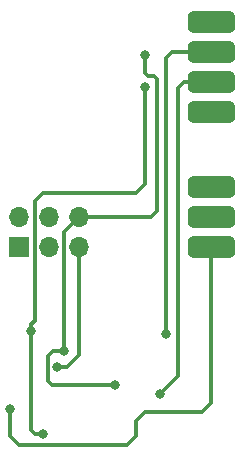
<source format=gbr>
G04 #@! TF.GenerationSoftware,KiCad,Pcbnew,(5.1.0)-1*
G04 #@! TF.CreationDate,2019-05-27T09:53:24+03:00*
G04 #@! TF.ProjectId,USB_RFID,5553425f-5246-4494-942e-6b696361645f,rev?*
G04 #@! TF.SameCoordinates,Original*
G04 #@! TF.FileFunction,Copper,L2,Bot*
G04 #@! TF.FilePolarity,Positive*
%FSLAX46Y46*%
G04 Gerber Fmt 4.6, Leading zero omitted, Abs format (unit mm)*
G04 Created by KiCad (PCBNEW (5.1.0)-1) date 2019-05-27 09:53:24*
%MOMM*%
%LPD*%
G04 APERTURE LIST*
%ADD10C,0.100000*%
%ADD11C,1.800000*%
%ADD12R,1.700000X1.700000*%
%ADD13O,1.700000X1.700000*%
%ADD14C,0.800000*%
%ADD15C,0.350000*%
G04 APERTURE END LIST*
D10*
G36*
X36138108Y-62856167D02*
G01*
X36181791Y-62862647D01*
X36224628Y-62873377D01*
X36266208Y-62888254D01*
X36306129Y-62907135D01*
X36344007Y-62929839D01*
X36379477Y-62956145D01*
X36412198Y-62985802D01*
X36441855Y-63018523D01*
X36468161Y-63053993D01*
X36490865Y-63091871D01*
X36509746Y-63131792D01*
X36524623Y-63173372D01*
X36535353Y-63216209D01*
X36541833Y-63259892D01*
X36544000Y-63304000D01*
X36544000Y-64204000D01*
X36541833Y-64248108D01*
X36535353Y-64291791D01*
X36524623Y-64334628D01*
X36509746Y-64376208D01*
X36490865Y-64416129D01*
X36468161Y-64454007D01*
X36441855Y-64489477D01*
X36412198Y-64522198D01*
X36379477Y-64551855D01*
X36344007Y-64578161D01*
X36306129Y-64600865D01*
X36266208Y-64619746D01*
X36224628Y-64634623D01*
X36181791Y-64645353D01*
X36138108Y-64651833D01*
X36094000Y-64654000D01*
X32994000Y-64654000D01*
X32949892Y-64651833D01*
X32906209Y-64645353D01*
X32863372Y-64634623D01*
X32821792Y-64619746D01*
X32781871Y-64600865D01*
X32743993Y-64578161D01*
X32708523Y-64551855D01*
X32675802Y-64522198D01*
X32646145Y-64489477D01*
X32619839Y-64454007D01*
X32597135Y-64416129D01*
X32578254Y-64376208D01*
X32563377Y-64334628D01*
X32552647Y-64291791D01*
X32546167Y-64248108D01*
X32544000Y-64204000D01*
X32544000Y-63304000D01*
X32546167Y-63259892D01*
X32552647Y-63216209D01*
X32563377Y-63173372D01*
X32578254Y-63131792D01*
X32597135Y-63091871D01*
X32619839Y-63053993D01*
X32646145Y-63018523D01*
X32675802Y-62985802D01*
X32708523Y-62956145D01*
X32743993Y-62929839D01*
X32781871Y-62907135D01*
X32821792Y-62888254D01*
X32863372Y-62873377D01*
X32906209Y-62862647D01*
X32949892Y-62856167D01*
X32994000Y-62854000D01*
X36094000Y-62854000D01*
X36138108Y-62856167D01*
X36138108Y-62856167D01*
G37*
D11*
X34544000Y-63754000D03*
D10*
G36*
X36138108Y-65396167D02*
G01*
X36181791Y-65402647D01*
X36224628Y-65413377D01*
X36266208Y-65428254D01*
X36306129Y-65447135D01*
X36344007Y-65469839D01*
X36379477Y-65496145D01*
X36412198Y-65525802D01*
X36441855Y-65558523D01*
X36468161Y-65593993D01*
X36490865Y-65631871D01*
X36509746Y-65671792D01*
X36524623Y-65713372D01*
X36535353Y-65756209D01*
X36541833Y-65799892D01*
X36544000Y-65844000D01*
X36544000Y-66744000D01*
X36541833Y-66788108D01*
X36535353Y-66831791D01*
X36524623Y-66874628D01*
X36509746Y-66916208D01*
X36490865Y-66956129D01*
X36468161Y-66994007D01*
X36441855Y-67029477D01*
X36412198Y-67062198D01*
X36379477Y-67091855D01*
X36344007Y-67118161D01*
X36306129Y-67140865D01*
X36266208Y-67159746D01*
X36224628Y-67174623D01*
X36181791Y-67185353D01*
X36138108Y-67191833D01*
X36094000Y-67194000D01*
X32994000Y-67194000D01*
X32949892Y-67191833D01*
X32906209Y-67185353D01*
X32863372Y-67174623D01*
X32821792Y-67159746D01*
X32781871Y-67140865D01*
X32743993Y-67118161D01*
X32708523Y-67091855D01*
X32675802Y-67062198D01*
X32646145Y-67029477D01*
X32619839Y-66994007D01*
X32597135Y-66956129D01*
X32578254Y-66916208D01*
X32563377Y-66874628D01*
X32552647Y-66831791D01*
X32546167Y-66788108D01*
X32544000Y-66744000D01*
X32544000Y-65844000D01*
X32546167Y-65799892D01*
X32552647Y-65756209D01*
X32563377Y-65713372D01*
X32578254Y-65671792D01*
X32597135Y-65631871D01*
X32619839Y-65593993D01*
X32646145Y-65558523D01*
X32675802Y-65525802D01*
X32708523Y-65496145D01*
X32743993Y-65469839D01*
X32781871Y-65447135D01*
X32821792Y-65428254D01*
X32863372Y-65413377D01*
X32906209Y-65402647D01*
X32949892Y-65396167D01*
X32994000Y-65394000D01*
X36094000Y-65394000D01*
X36138108Y-65396167D01*
X36138108Y-65396167D01*
G37*
D11*
X34544000Y-66294000D03*
D10*
G36*
X36138108Y-67936167D02*
G01*
X36181791Y-67942647D01*
X36224628Y-67953377D01*
X36266208Y-67968254D01*
X36306129Y-67987135D01*
X36344007Y-68009839D01*
X36379477Y-68036145D01*
X36412198Y-68065802D01*
X36441855Y-68098523D01*
X36468161Y-68133993D01*
X36490865Y-68171871D01*
X36509746Y-68211792D01*
X36524623Y-68253372D01*
X36535353Y-68296209D01*
X36541833Y-68339892D01*
X36544000Y-68384000D01*
X36544000Y-69284000D01*
X36541833Y-69328108D01*
X36535353Y-69371791D01*
X36524623Y-69414628D01*
X36509746Y-69456208D01*
X36490865Y-69496129D01*
X36468161Y-69534007D01*
X36441855Y-69569477D01*
X36412198Y-69602198D01*
X36379477Y-69631855D01*
X36344007Y-69658161D01*
X36306129Y-69680865D01*
X36266208Y-69699746D01*
X36224628Y-69714623D01*
X36181791Y-69725353D01*
X36138108Y-69731833D01*
X36094000Y-69734000D01*
X32994000Y-69734000D01*
X32949892Y-69731833D01*
X32906209Y-69725353D01*
X32863372Y-69714623D01*
X32821792Y-69699746D01*
X32781871Y-69680865D01*
X32743993Y-69658161D01*
X32708523Y-69631855D01*
X32675802Y-69602198D01*
X32646145Y-69569477D01*
X32619839Y-69534007D01*
X32597135Y-69496129D01*
X32578254Y-69456208D01*
X32563377Y-69414628D01*
X32552647Y-69371791D01*
X32546167Y-69328108D01*
X32544000Y-69284000D01*
X32544000Y-68384000D01*
X32546167Y-68339892D01*
X32552647Y-68296209D01*
X32563377Y-68253372D01*
X32578254Y-68211792D01*
X32597135Y-68171871D01*
X32619839Y-68133993D01*
X32646145Y-68098523D01*
X32675802Y-68065802D01*
X32708523Y-68036145D01*
X32743993Y-68009839D01*
X32781871Y-67987135D01*
X32821792Y-67968254D01*
X32863372Y-67953377D01*
X32906209Y-67942647D01*
X32949892Y-67936167D01*
X32994000Y-67934000D01*
X36094000Y-67934000D01*
X36138108Y-67936167D01*
X36138108Y-67936167D01*
G37*
D11*
X34544000Y-68834000D03*
D10*
G36*
X36138108Y-56506167D02*
G01*
X36181791Y-56512647D01*
X36224628Y-56523377D01*
X36266208Y-56538254D01*
X36306129Y-56557135D01*
X36344007Y-56579839D01*
X36379477Y-56606145D01*
X36412198Y-56635802D01*
X36441855Y-56668523D01*
X36468161Y-56703993D01*
X36490865Y-56741871D01*
X36509746Y-56781792D01*
X36524623Y-56823372D01*
X36535353Y-56866209D01*
X36541833Y-56909892D01*
X36544000Y-56954000D01*
X36544000Y-57854000D01*
X36541833Y-57898108D01*
X36535353Y-57941791D01*
X36524623Y-57984628D01*
X36509746Y-58026208D01*
X36490865Y-58066129D01*
X36468161Y-58104007D01*
X36441855Y-58139477D01*
X36412198Y-58172198D01*
X36379477Y-58201855D01*
X36344007Y-58228161D01*
X36306129Y-58250865D01*
X36266208Y-58269746D01*
X36224628Y-58284623D01*
X36181791Y-58295353D01*
X36138108Y-58301833D01*
X36094000Y-58304000D01*
X32994000Y-58304000D01*
X32949892Y-58301833D01*
X32906209Y-58295353D01*
X32863372Y-58284623D01*
X32821792Y-58269746D01*
X32781871Y-58250865D01*
X32743993Y-58228161D01*
X32708523Y-58201855D01*
X32675802Y-58172198D01*
X32646145Y-58139477D01*
X32619839Y-58104007D01*
X32597135Y-58066129D01*
X32578254Y-58026208D01*
X32563377Y-57984628D01*
X32552647Y-57941791D01*
X32546167Y-57898108D01*
X32544000Y-57854000D01*
X32544000Y-56954000D01*
X32546167Y-56909892D01*
X32552647Y-56866209D01*
X32563377Y-56823372D01*
X32578254Y-56781792D01*
X32597135Y-56741871D01*
X32619839Y-56703993D01*
X32646145Y-56668523D01*
X32675802Y-56635802D01*
X32708523Y-56606145D01*
X32743993Y-56579839D01*
X32781871Y-56557135D01*
X32821792Y-56538254D01*
X32863372Y-56523377D01*
X32906209Y-56512647D01*
X32949892Y-56506167D01*
X32994000Y-56504000D01*
X36094000Y-56504000D01*
X36138108Y-56506167D01*
X36138108Y-56506167D01*
G37*
D11*
X34544000Y-57404000D03*
D10*
G36*
X36138108Y-53966167D02*
G01*
X36181791Y-53972647D01*
X36224628Y-53983377D01*
X36266208Y-53998254D01*
X36306129Y-54017135D01*
X36344007Y-54039839D01*
X36379477Y-54066145D01*
X36412198Y-54095802D01*
X36441855Y-54128523D01*
X36468161Y-54163993D01*
X36490865Y-54201871D01*
X36509746Y-54241792D01*
X36524623Y-54283372D01*
X36535353Y-54326209D01*
X36541833Y-54369892D01*
X36544000Y-54414000D01*
X36544000Y-55314000D01*
X36541833Y-55358108D01*
X36535353Y-55401791D01*
X36524623Y-55444628D01*
X36509746Y-55486208D01*
X36490865Y-55526129D01*
X36468161Y-55564007D01*
X36441855Y-55599477D01*
X36412198Y-55632198D01*
X36379477Y-55661855D01*
X36344007Y-55688161D01*
X36306129Y-55710865D01*
X36266208Y-55729746D01*
X36224628Y-55744623D01*
X36181791Y-55755353D01*
X36138108Y-55761833D01*
X36094000Y-55764000D01*
X32994000Y-55764000D01*
X32949892Y-55761833D01*
X32906209Y-55755353D01*
X32863372Y-55744623D01*
X32821792Y-55729746D01*
X32781871Y-55710865D01*
X32743993Y-55688161D01*
X32708523Y-55661855D01*
X32675802Y-55632198D01*
X32646145Y-55599477D01*
X32619839Y-55564007D01*
X32597135Y-55526129D01*
X32578254Y-55486208D01*
X32563377Y-55444628D01*
X32552647Y-55401791D01*
X32546167Y-55358108D01*
X32544000Y-55314000D01*
X32544000Y-54414000D01*
X32546167Y-54369892D01*
X32552647Y-54326209D01*
X32563377Y-54283372D01*
X32578254Y-54241792D01*
X32597135Y-54201871D01*
X32619839Y-54163993D01*
X32646145Y-54128523D01*
X32675802Y-54095802D01*
X32708523Y-54066145D01*
X32743993Y-54039839D01*
X32781871Y-54017135D01*
X32821792Y-53998254D01*
X32863372Y-53983377D01*
X32906209Y-53972647D01*
X32949892Y-53966167D01*
X32994000Y-53964000D01*
X36094000Y-53964000D01*
X36138108Y-53966167D01*
X36138108Y-53966167D01*
G37*
D11*
X34544000Y-54864000D03*
D10*
G36*
X36138108Y-51426167D02*
G01*
X36181791Y-51432647D01*
X36224628Y-51443377D01*
X36266208Y-51458254D01*
X36306129Y-51477135D01*
X36344007Y-51499839D01*
X36379477Y-51526145D01*
X36412198Y-51555802D01*
X36441855Y-51588523D01*
X36468161Y-51623993D01*
X36490865Y-51661871D01*
X36509746Y-51701792D01*
X36524623Y-51743372D01*
X36535353Y-51786209D01*
X36541833Y-51829892D01*
X36544000Y-51874000D01*
X36544000Y-52774000D01*
X36541833Y-52818108D01*
X36535353Y-52861791D01*
X36524623Y-52904628D01*
X36509746Y-52946208D01*
X36490865Y-52986129D01*
X36468161Y-53024007D01*
X36441855Y-53059477D01*
X36412198Y-53092198D01*
X36379477Y-53121855D01*
X36344007Y-53148161D01*
X36306129Y-53170865D01*
X36266208Y-53189746D01*
X36224628Y-53204623D01*
X36181791Y-53215353D01*
X36138108Y-53221833D01*
X36094000Y-53224000D01*
X32994000Y-53224000D01*
X32949892Y-53221833D01*
X32906209Y-53215353D01*
X32863372Y-53204623D01*
X32821792Y-53189746D01*
X32781871Y-53170865D01*
X32743993Y-53148161D01*
X32708523Y-53121855D01*
X32675802Y-53092198D01*
X32646145Y-53059477D01*
X32619839Y-53024007D01*
X32597135Y-52986129D01*
X32578254Y-52946208D01*
X32563377Y-52904628D01*
X32552647Y-52861791D01*
X32546167Y-52818108D01*
X32544000Y-52774000D01*
X32544000Y-51874000D01*
X32546167Y-51829892D01*
X32552647Y-51786209D01*
X32563377Y-51743372D01*
X32578254Y-51701792D01*
X32597135Y-51661871D01*
X32619839Y-51623993D01*
X32646145Y-51588523D01*
X32675802Y-51555802D01*
X32708523Y-51526145D01*
X32743993Y-51499839D01*
X32781871Y-51477135D01*
X32821792Y-51458254D01*
X32863372Y-51443377D01*
X32906209Y-51432647D01*
X32949892Y-51426167D01*
X32994000Y-51424000D01*
X36094000Y-51424000D01*
X36138108Y-51426167D01*
X36138108Y-51426167D01*
G37*
D11*
X34544000Y-52324000D03*
D10*
G36*
X36138108Y-48886167D02*
G01*
X36181791Y-48892647D01*
X36224628Y-48903377D01*
X36266208Y-48918254D01*
X36306129Y-48937135D01*
X36344007Y-48959839D01*
X36379477Y-48986145D01*
X36412198Y-49015802D01*
X36441855Y-49048523D01*
X36468161Y-49083993D01*
X36490865Y-49121871D01*
X36509746Y-49161792D01*
X36524623Y-49203372D01*
X36535353Y-49246209D01*
X36541833Y-49289892D01*
X36544000Y-49334000D01*
X36544000Y-50234000D01*
X36541833Y-50278108D01*
X36535353Y-50321791D01*
X36524623Y-50364628D01*
X36509746Y-50406208D01*
X36490865Y-50446129D01*
X36468161Y-50484007D01*
X36441855Y-50519477D01*
X36412198Y-50552198D01*
X36379477Y-50581855D01*
X36344007Y-50608161D01*
X36306129Y-50630865D01*
X36266208Y-50649746D01*
X36224628Y-50664623D01*
X36181791Y-50675353D01*
X36138108Y-50681833D01*
X36094000Y-50684000D01*
X32994000Y-50684000D01*
X32949892Y-50681833D01*
X32906209Y-50675353D01*
X32863372Y-50664623D01*
X32821792Y-50649746D01*
X32781871Y-50630865D01*
X32743993Y-50608161D01*
X32708523Y-50581855D01*
X32675802Y-50552198D01*
X32646145Y-50519477D01*
X32619839Y-50484007D01*
X32597135Y-50446129D01*
X32578254Y-50406208D01*
X32563377Y-50364628D01*
X32552647Y-50321791D01*
X32546167Y-50278108D01*
X32544000Y-50234000D01*
X32544000Y-49334000D01*
X32546167Y-49289892D01*
X32552647Y-49246209D01*
X32563377Y-49203372D01*
X32578254Y-49161792D01*
X32597135Y-49121871D01*
X32619839Y-49083993D01*
X32646145Y-49048523D01*
X32675802Y-49015802D01*
X32708523Y-48986145D01*
X32743993Y-48959839D01*
X32781871Y-48937135D01*
X32821792Y-48918254D01*
X32863372Y-48903377D01*
X32906209Y-48892647D01*
X32949892Y-48886167D01*
X32994000Y-48884000D01*
X36094000Y-48884000D01*
X36138108Y-48886167D01*
X36138108Y-48886167D01*
G37*
D11*
X34544000Y-49784000D03*
D12*
X18288000Y-68834000D03*
D13*
X18288000Y-66294000D03*
X20828000Y-68834000D03*
X20828000Y-66294000D03*
X23368000Y-68834000D03*
X23368000Y-66294000D03*
D14*
X28956000Y-55278000D03*
X19304000Y-75946000D03*
X20320000Y-84633000D03*
X28956000Y-52578000D03*
X26416000Y-80518000D03*
X22098000Y-77654000D03*
X30734000Y-76200000D03*
X30226000Y-81280000D03*
X21482000Y-78994000D03*
X17526000Y-82550000D03*
D15*
X28956000Y-63500000D02*
X28956000Y-55278000D01*
X19304000Y-75380315D02*
X19602999Y-75081316D01*
X19304000Y-75946000D02*
X19304000Y-75380315D01*
X19602999Y-64979001D02*
X20320000Y-64262000D01*
X19602999Y-75081316D02*
X19602999Y-64979001D01*
X20320000Y-64262000D02*
X28194000Y-64262000D01*
X28194000Y-64262000D02*
X28956000Y-63500000D01*
X19609000Y-84633000D02*
X20320000Y-84633000D01*
X19304000Y-75946000D02*
X19304000Y-84328000D01*
X19304000Y-84328000D02*
X19609000Y-84633000D01*
X29464000Y-66294000D02*
X23368000Y-66294000D01*
X28956000Y-52578000D02*
X28956000Y-54102000D01*
X28956000Y-54102000D02*
X29210000Y-54356000D01*
X29210000Y-54356000D02*
X29718000Y-54356000D01*
X29718000Y-54356000D02*
X29972000Y-54610000D01*
X29972000Y-54610000D02*
X29972000Y-65786000D01*
X29972000Y-65786000D02*
X29464000Y-66294000D01*
X26416000Y-80518000D02*
X21082000Y-80518000D01*
X22098000Y-67564000D02*
X22098000Y-77654000D01*
X23368000Y-66294000D02*
X22098000Y-67564000D01*
X21152000Y-77654000D02*
X22098000Y-77654000D01*
X20706999Y-78099001D02*
X21152000Y-77654000D01*
X21082000Y-80518000D02*
X20706999Y-80142999D01*
X20706999Y-80142999D02*
X20706999Y-78099001D01*
X31242000Y-52324000D02*
X34544000Y-52324000D01*
X30734000Y-52832000D02*
X31242000Y-52324000D01*
X30734000Y-76200000D02*
X30734000Y-52832000D01*
X32258000Y-54864000D02*
X34544000Y-54864000D01*
X31750000Y-55372000D02*
X32258000Y-54864000D01*
X30625999Y-80880001D02*
X31750000Y-79756000D01*
X30226000Y-81280000D02*
X30625999Y-80880001D01*
X31750000Y-79756000D02*
X31750000Y-55372000D01*
X22352000Y-78994000D02*
X21482000Y-78994000D01*
X23368000Y-77978000D02*
X22352000Y-78994000D01*
X23368000Y-68834000D02*
X23368000Y-77978000D01*
X34544000Y-82042000D02*
X34544000Y-68834000D01*
X33782000Y-82804000D02*
X34544000Y-82042000D01*
X28956000Y-82804000D02*
X33782000Y-82804000D01*
X18288000Y-85598000D02*
X27432000Y-85598000D01*
X17526000Y-84836000D02*
X18288000Y-85598000D01*
X27432000Y-85598000D02*
X28194000Y-84836000D01*
X28194000Y-84836000D02*
X28194000Y-83566000D01*
X17526000Y-82550000D02*
X17526000Y-84836000D01*
X28194000Y-83566000D02*
X28956000Y-82804000D01*
M02*

</source>
